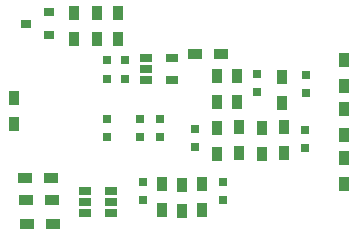
<source format=gbr>
G04 #@! TF.FileFunction,Paste,Bot*
%FSLAX46Y46*%
G04 Gerber Fmt 4.6, Leading zero omitted, Abs format (unit mm)*
G04 Created by KiCad (PCBNEW 4.0.7) date 10/12/17 20:38:22*
%MOMM*%
%LPD*%
G01*
G04 APERTURE LIST*
%ADD10C,0.100000*%
%ADD11R,0.900000X1.200000*%
%ADD12R,0.750000X0.800000*%
%ADD13R,0.800000X0.750000*%
%ADD14R,0.900000X0.800000*%
%ADD15R,1.200000X0.900000*%
%ADD16R,1.060000X0.650000*%
G04 APERTURE END LIST*
D10*
D11*
X153771600Y-106162200D03*
X153771600Y-103962200D03*
D12*
X161290000Y-105689400D03*
X161290000Y-104189400D03*
X147320000Y-103237600D03*
X147320000Y-104737600D03*
X144526000Y-104737600D03*
X144526000Y-103237600D03*
X151917400Y-104063800D03*
X151917400Y-105563800D03*
X148945600Y-104737600D03*
X148945600Y-103237600D03*
D13*
X144499200Y-99872800D03*
X145999200Y-99872800D03*
X145999200Y-98247200D03*
X144499200Y-98247200D03*
D12*
X154279600Y-108585000D03*
X154279600Y-110085000D03*
X161366200Y-100978400D03*
X161366200Y-99478400D03*
X157200600Y-99441000D03*
X157200600Y-100941000D03*
X147523200Y-110085000D03*
X147523200Y-108585000D03*
D14*
X139598400Y-94188200D03*
X139598400Y-96088200D03*
X137598400Y-95138200D03*
D11*
X164541200Y-104612800D03*
X164541200Y-102412800D03*
X164515800Y-98231600D03*
X164515800Y-100431600D03*
X164541200Y-106502200D03*
X164541200Y-108702200D03*
X136601200Y-103647600D03*
X136601200Y-101447600D03*
D15*
X139852400Y-110109000D03*
X137652400Y-110109000D03*
X139928600Y-112115600D03*
X137728600Y-112115600D03*
X139750800Y-108204000D03*
X137550800Y-108204000D03*
D11*
X143637000Y-94208600D03*
X143637000Y-96408600D03*
X145440400Y-96408600D03*
X145440400Y-94208600D03*
X159435800Y-103936800D03*
X159435800Y-106136800D03*
X157581600Y-106162200D03*
X157581600Y-103962200D03*
X155676600Y-103936800D03*
X155676600Y-106136800D03*
D15*
X151978000Y-97688400D03*
X154178000Y-97688400D03*
D11*
X155498800Y-99618800D03*
X155498800Y-101818800D03*
X153822400Y-101793400D03*
X153822400Y-99593400D03*
X159283400Y-99636400D03*
X159283400Y-101836400D03*
X141681200Y-96408600D03*
X141681200Y-94208600D03*
X150850600Y-108788200D03*
X150850600Y-110988200D03*
X152552400Y-108737400D03*
X152552400Y-110937400D03*
X149148800Y-108762800D03*
X149148800Y-110962800D03*
D16*
X147761600Y-99944000D03*
X147761600Y-98994000D03*
X147761600Y-98044000D03*
X149961600Y-98044000D03*
X149961600Y-99944000D03*
X142595600Y-111186000D03*
X142595600Y-110236000D03*
X142595600Y-109286000D03*
X144795600Y-109286000D03*
X144795600Y-111186000D03*
X144795600Y-110236000D03*
M02*

</source>
